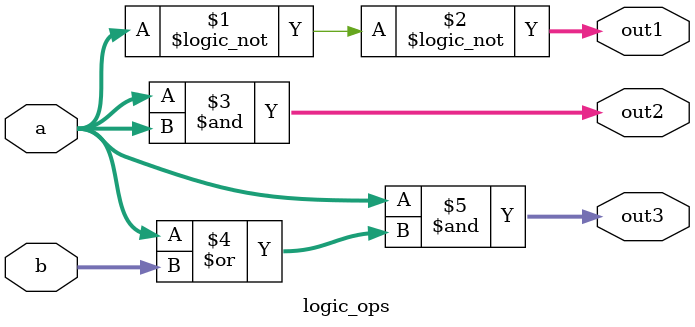
<source format=sv>
module logic_ops(
    input logic [3:0] a, b,
    output logic [3:0] out1, out2, out3
);
    // Double negation: !(!a) = a
    assign out1 = !(!a);
    
    // Idempotent operations: a & a = a, a | a = a
    assign out2 = a & a;
    
    // Absorption: a & (a | b) = a
    assign out3 = a & (a | b);
    
endmodule 
</source>
